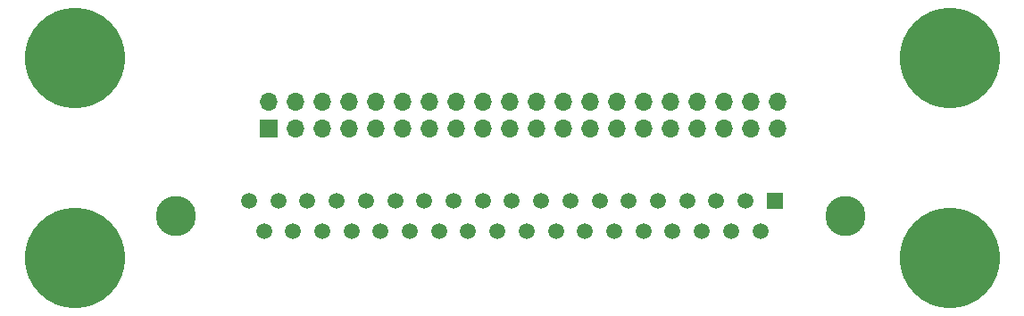
<source format=gbr>
G04 #@! TF.FileFunction,Copper,L2,Bot,Signal*
%FSLAX46Y46*%
G04 Gerber Fmt 4.6, Leading zero omitted, Abs format (unit mm)*
G04 Created by KiCad (PCBNEW (after 2015-mar-04 BZR unknown)-product) date 6/9/2017 4:16:11 PM*
%MOMM*%
G01*
G04 APERTURE LIST*
%ADD10C,0.150000*%
%ADD11R,1.700000X1.700000*%
%ADD12O,1.700000X1.700000*%
%ADD13R,1.520000X1.520000*%
%ADD14C,1.520000*%
%ADD15C,3.810000*%
%ADD16C,9.525000*%
G04 APERTURE END LIST*
D10*
D11*
X24384000Y-12700000D03*
D12*
X24384000Y-10160000D03*
X26924000Y-12700000D03*
X26924000Y-10160000D03*
X29464000Y-12700000D03*
X29464000Y-10160000D03*
X32004000Y-12700000D03*
X32004000Y-10160000D03*
X34544000Y-12700000D03*
X34544000Y-10160000D03*
X37084000Y-12700000D03*
X37084000Y-10160000D03*
X39624000Y-12700000D03*
X39624000Y-10160000D03*
X42164000Y-12700000D03*
X42164000Y-10160000D03*
X44704000Y-12700000D03*
X44704000Y-10160000D03*
X47244000Y-12700000D03*
X47244000Y-10160000D03*
X49784000Y-12700000D03*
X49784000Y-10160000D03*
X52324000Y-12700000D03*
X52324000Y-10160000D03*
X54864000Y-12700000D03*
X54864000Y-10160000D03*
X57404000Y-12700000D03*
X57404000Y-10160000D03*
X59944000Y-12700000D03*
X59944000Y-10160000D03*
X62484000Y-12700000D03*
X62484000Y-10160000D03*
X65024000Y-12700000D03*
X65024000Y-10160000D03*
X67564000Y-12700000D03*
X67564000Y-10160000D03*
X70104000Y-12700000D03*
X70104000Y-10160000D03*
X72644000Y-12700000D03*
X72644000Y-10160000D03*
D13*
X72390000Y-19558000D03*
D14*
X69620000Y-19558000D03*
X66850000Y-19558000D03*
X64080000Y-19558000D03*
X61320000Y-19558000D03*
X58550000Y-19558000D03*
X55780000Y-19558000D03*
X53010000Y-19558000D03*
X50240000Y-19558000D03*
D15*
X79100000Y-20978000D03*
X15600000Y-20978000D03*
D14*
X47470000Y-19558000D03*
X44700000Y-19558000D03*
X41940000Y-19558000D03*
X39170000Y-19558000D03*
X36400000Y-19558000D03*
X33630000Y-19558000D03*
X30860000Y-19558000D03*
X28090000Y-19558000D03*
X25320000Y-19558000D03*
X22560000Y-19558000D03*
X71020000Y-22398000D03*
X68250000Y-22398000D03*
X65480000Y-22398000D03*
X62710000Y-22398000D03*
X59940000Y-22398000D03*
X57180000Y-22398000D03*
X54410000Y-22398000D03*
X51640000Y-22398000D03*
X48870000Y-22398000D03*
X46100000Y-22398000D03*
X43330000Y-22398000D03*
X40560000Y-22398000D03*
X37800000Y-22398000D03*
X35030000Y-22398000D03*
X32260000Y-22398000D03*
X29490000Y-22398000D03*
X26720000Y-22398000D03*
X23950000Y-22398000D03*
D16*
X89000000Y-6000000D03*
X6000000Y-6000000D03*
X6000000Y-25000000D03*
X89000000Y-25000000D03*
M02*

</source>
